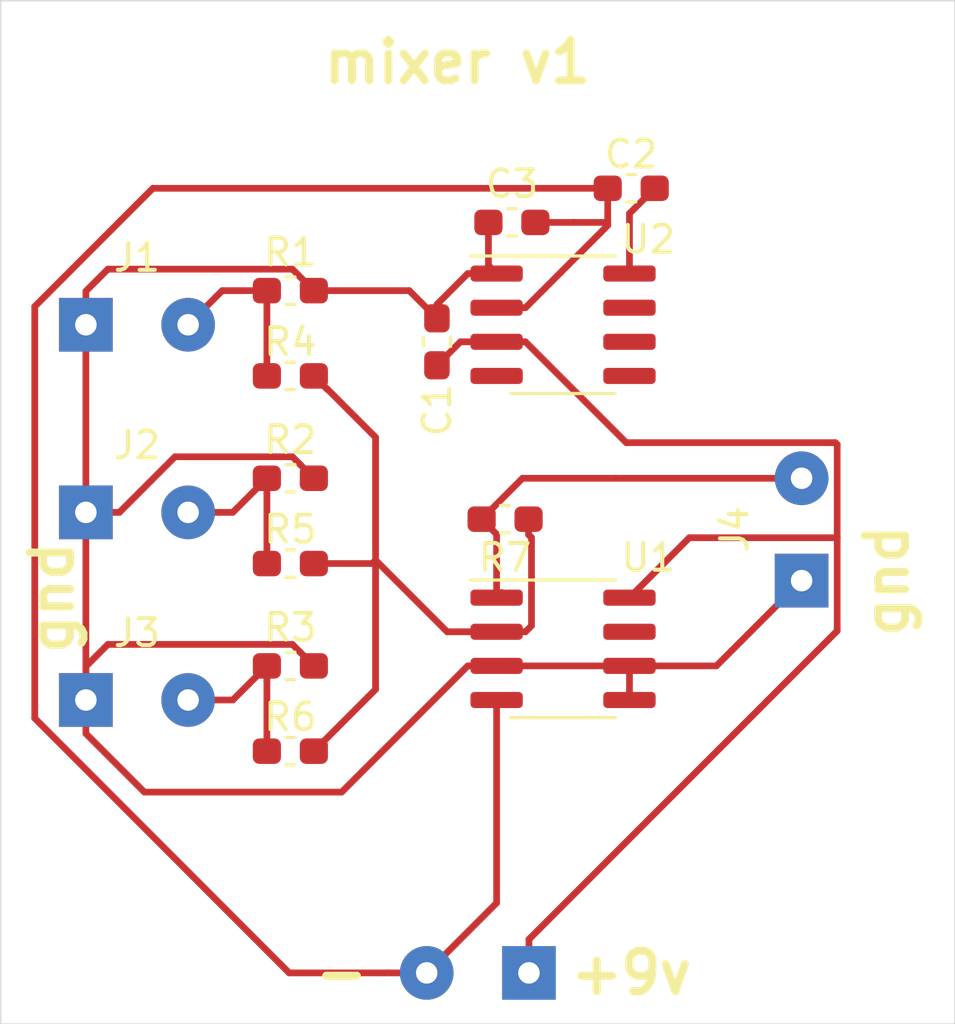
<source format=kicad_pcb>
(kicad_pcb (version 20171130) (host pcbnew "(5.0.1-3-g963ef8bb5)")

  (general
    (thickness 1.6)
    (drawings 9)
    (tracks 95)
    (zones 0)
    (modules 21)
    (nets 10)
  )

  (page A4)
  (layers
    (0 F.Cu signal)
    (31 B.Cu signal)
    (32 B.Adhes user)
    (33 F.Adhes user)
    (34 B.Paste user)
    (35 F.Paste user)
    (36 B.SilkS user)
    (37 F.SilkS user)
    (38 B.Mask user)
    (39 F.Mask user)
    (40 Dwgs.User user)
    (41 Cmts.User user)
    (42 Eco1.User user)
    (43 Eco2.User user)
    (44 Edge.Cuts user)
    (45 Margin user)
    (46 B.CrtYd user)
    (47 F.CrtYd user)
    (48 B.Fab user)
    (49 F.Fab user)
  )

  (setup
    (last_trace_width 0.25)
    (trace_clearance 0.2)
    (zone_clearance 0.508)
    (zone_45_only no)
    (trace_min 0.2)
    (segment_width 0.2)
    (edge_width 0.05)
    (via_size 0.8)
    (via_drill 0.4)
    (via_min_size 0.4)
    (via_min_drill 0.3)
    (uvia_size 0.3)
    (uvia_drill 0.1)
    (uvias_allowed no)
    (uvia_min_size 0.2)
    (uvia_min_drill 0.1)
    (pcb_text_width 0.3)
    (pcb_text_size 1.5 1.5)
    (mod_edge_width 0.12)
    (mod_text_size 1 1)
    (mod_text_width 0.15)
    (pad_size 1.524 1.524)
    (pad_drill 0.762)
    (pad_to_mask_clearance 0.051)
    (solder_mask_min_width 0.25)
    (aux_axis_origin 0 0)
    (visible_elements FFFFFF7F)
    (pcbplotparams
      (layerselection 0x010fc_ffffffff)
      (usegerberextensions false)
      (usegerberattributes false)
      (usegerberadvancedattributes false)
      (creategerberjobfile false)
      (excludeedgelayer true)
      (linewidth 0.100000)
      (plotframeref false)
      (viasonmask false)
      (mode 1)
      (useauxorigin false)
      (hpglpennumber 1)
      (hpglpenspeed 20)
      (hpglpendiameter 15.000000)
      (psnegative false)
      (psa4output false)
      (plotreference true)
      (plotvalue true)
      (plotinvisibletext false)
      (padsonsilk false)
      (subtractmaskfromsilk false)
      (outputformat 1)
      (mirror false)
      (drillshape 0)
      (scaleselection 1)
      (outputdirectory "gerber/"))
  )

  (net 0 "")
  (net 1 +9V)
  (net 2 GND)
  (net 3 "Net-(C2-Pad1)")
  (net 4 GNDA)
  (net 5 "Net-(J1-Pad2)")
  (net 6 "Net-(J2-Pad2)")
  (net 7 "Net-(J3-Pad2)")
  (net 8 "Net-(R4-Pad1)")
  (net 9 "Net-(J4-Pad2)")

  (net_class Default "This is the default net class."
    (clearance 0.2)
    (trace_width 0.25)
    (via_dia 0.8)
    (via_drill 0.4)
    (uvia_dia 0.3)
    (uvia_drill 0.1)
    (add_net +9V)
    (add_net GND)
    (add_net GNDA)
    (add_net "Net-(C2-Pad1)")
    (add_net "Net-(J1-Pad2)")
    (add_net "Net-(J2-Pad2)")
    (add_net "Net-(J3-Pad2)")
    (add_net "Net-(J4-Pad2)")
    (add_net "Net-(R4-Pad1)")
  )

  (module MountingHole:MountingHole_3.2mm_M3 (layer F.Cu) (tedit 56D1B4CB) (tstamp 5DA774EC)
    (at 162.56 95.25)
    (descr "Mounting Hole 3.2mm, no annular, M3")
    (tags "mounting hole 3.2mm no annular m3")
    (path /5DA72808)
    (attr virtual)
    (fp_text reference H4 (at 0 -4.2) (layer F.SilkS) hide
      (effects (font (size 1 1) (thickness 0.15)))
    )
    (fp_text value MountingHole (at 0 4.2) (layer F.Fab) hide
      (effects (font (size 1 1) (thickness 0.15)))
    )
    (fp_circle (center 0 0) (end 3.45 0) (layer F.CrtYd) (width 0.05))
    (fp_circle (center 0 0) (end 3.2 0) (layer Cmts.User) (width 0.15))
    (fp_text user %R (at 0.3 0) (layer F.Fab)
      (effects (font (size 1 1) (thickness 0.15)))
    )
    (pad 1 np_thru_hole circle (at 0 0) (size 3.2 3.2) (drill 3.2) (layers *.Cu *.Mask))
  )

  (module Resistor_SMD:R_0603_1608Metric_Pad1.05x0.95mm_HandSolder (layer F.Cu) (tedit 5B301BBD) (tstamp 5DA77EBC)
    (at 142.875 88.9 180)
    (descr "Resistor SMD 0603 (1608 Metric), square (rectangular) end terminal, IPC_7351 nominal with elongated pad for handsoldering. (Body size source: http://www.tortai-tech.com/upload/download/2011102023233369053.pdf), generated with kicad-footprint-generator")
    (tags "resistor handsolder")
    (path /5DAA7B73)
    (attr smd)
    (fp_text reference R6 (at 0 1.27) (layer F.SilkS)
      (effects (font (size 1 1) (thickness 0.15)))
    )
    (fp_text value 10k (at -3.175 0) (layer F.Fab)
      (effects (font (size 1 1) (thickness 0.15)))
    )
    (fp_text user %R (at 0 0) (layer F.Fab)
      (effects (font (size 0.4 0.4) (thickness 0.06)))
    )
    (fp_line (start 1.65 0.73) (end -1.65 0.73) (layer F.CrtYd) (width 0.05))
    (fp_line (start 1.65 -0.73) (end 1.65 0.73) (layer F.CrtYd) (width 0.05))
    (fp_line (start -1.65 -0.73) (end 1.65 -0.73) (layer F.CrtYd) (width 0.05))
    (fp_line (start -1.65 0.73) (end -1.65 -0.73) (layer F.CrtYd) (width 0.05))
    (fp_line (start -0.171267 0.51) (end 0.171267 0.51) (layer F.SilkS) (width 0.12))
    (fp_line (start -0.171267 -0.51) (end 0.171267 -0.51) (layer F.SilkS) (width 0.12))
    (fp_line (start 0.8 0.4) (end -0.8 0.4) (layer F.Fab) (width 0.1))
    (fp_line (start 0.8 -0.4) (end 0.8 0.4) (layer F.Fab) (width 0.1))
    (fp_line (start -0.8 -0.4) (end 0.8 -0.4) (layer F.Fab) (width 0.1))
    (fp_line (start -0.8 0.4) (end -0.8 -0.4) (layer F.Fab) (width 0.1))
    (pad 2 smd roundrect (at 0.875 0 180) (size 1.05 0.95) (layers F.Cu F.Paste F.Mask) (roundrect_rratio 0.25)
      (net 7 "Net-(J3-Pad2)"))
    (pad 1 smd roundrect (at -0.875 0 180) (size 1.05 0.95) (layers F.Cu F.Paste F.Mask) (roundrect_rratio 0.25)
      (net 8 "Net-(R4-Pad1)"))
    (model ${KISYS3DMOD}/Resistor_SMD.3dshapes/R_0603_1608Metric.wrl
      (at (xyz 0 0 0))
      (scale (xyz 1 1 1))
      (rotate (xyz 0 0 0))
    )
  )

  (module Capacitor_SMD:C_0603_1608Metric_Pad1.05x0.95mm_HandSolder (layer F.Cu) (tedit 5DA86E72) (tstamp 5DA77BBD)
    (at 148.336 73.66 270)
    (descr "Capacitor SMD 0603 (1608 Metric), square (rectangular) end terminal, IPC_7351 nominal with elongated pad for handsoldering. (Body size source: http://www.tortai-tech.com/upload/download/2011102023233369053.pdf), generated with kicad-footprint-generator")
    (tags "capacitor handsolder")
    (path /5DA91F13)
    (attr smd)
    (fp_text reference C1 (at 2.54 0 90) (layer F.SilkS)
      (effects (font (size 1 1) (thickness 0.15)))
    )
    (fp_text value 1u (at -2.54 0 90) (layer F.Fab) hide
      (effects (font (size 1 1) (thickness 0.15)))
    )
    (fp_text user %R (at 0 0 90) (layer F.Fab)
      (effects (font (size 0.4 0.4) (thickness 0.06)))
    )
    (fp_line (start 1.65 0.73) (end -1.65 0.73) (layer F.CrtYd) (width 0.05))
    (fp_line (start 1.65 -0.73) (end 1.65 0.73) (layer F.CrtYd) (width 0.05))
    (fp_line (start -1.65 -0.73) (end 1.65 -0.73) (layer F.CrtYd) (width 0.05))
    (fp_line (start -1.65 0.73) (end -1.65 -0.73) (layer F.CrtYd) (width 0.05))
    (fp_line (start -0.171267 0.51) (end 0.171267 0.51) (layer F.SilkS) (width 0.12))
    (fp_line (start -0.171267 -0.51) (end 0.171267 -0.51) (layer F.SilkS) (width 0.12))
    (fp_line (start 0.8 0.4) (end -0.8 0.4) (layer F.Fab) (width 0.1))
    (fp_line (start 0.8 -0.4) (end 0.8 0.4) (layer F.Fab) (width 0.1))
    (fp_line (start -0.8 -0.4) (end 0.8 -0.4) (layer F.Fab) (width 0.1))
    (fp_line (start -0.8 0.4) (end -0.8 -0.4) (layer F.Fab) (width 0.1))
    (pad 2 smd roundrect (at 0.875 0 270) (size 1.05 0.95) (layers F.Cu F.Paste F.Mask) (roundrect_rratio 0.25)
      (net 1 +9V))
    (pad 1 smd roundrect (at -0.875 0 270) (size 1.05 0.95) (layers F.Cu F.Paste F.Mask) (roundrect_rratio 0.25)
      (net 4 GNDA))
    (model ${KISYS3DMOD}/Capacitor_SMD.3dshapes/C_0603_1608Metric.wrl
      (at (xyz 0 0 0))
      (scale (xyz 1 1 1))
      (rotate (xyz 0 0 0))
    )
  )

  (module Capacitor_SMD:C_0603_1608Metric_Pad1.05x0.95mm_HandSolder (layer F.Cu) (tedit 5DA86DEE) (tstamp 5DB4BC24)
    (at 155.575 67.945 180)
    (descr "Capacitor SMD 0603 (1608 Metric), square (rectangular) end terminal, IPC_7351 nominal with elongated pad for handsoldering. (Body size source: http://www.tortai-tech.com/upload/download/2011102023233369053.pdf), generated with kicad-footprint-generator")
    (tags "capacitor handsolder")
    (path /5DA8FB26)
    (attr smd)
    (fp_text reference C2 (at 0 1.27) (layer F.SilkS)
      (effects (font (size 1 1) (thickness 0.15)))
    )
    (fp_text value 1u (at 0 1.43) (layer F.Fab) hide
      (effects (font (size 1 1) (thickness 0.15)))
    )
    (fp_line (start -0.8 0.4) (end -0.8 -0.4) (layer F.Fab) (width 0.1))
    (fp_line (start -0.8 -0.4) (end 0.8 -0.4) (layer F.Fab) (width 0.1))
    (fp_line (start 0.8 -0.4) (end 0.8 0.4) (layer F.Fab) (width 0.1))
    (fp_line (start 0.8 0.4) (end -0.8 0.4) (layer F.Fab) (width 0.1))
    (fp_line (start -0.171267 -0.51) (end 0.171267 -0.51) (layer F.SilkS) (width 0.12))
    (fp_line (start -0.171267 0.51) (end 0.171267 0.51) (layer F.SilkS) (width 0.12))
    (fp_line (start -1.65 0.73) (end -1.65 -0.73) (layer F.CrtYd) (width 0.05))
    (fp_line (start -1.65 -0.73) (end 1.65 -0.73) (layer F.CrtYd) (width 0.05))
    (fp_line (start 1.65 -0.73) (end 1.65 0.73) (layer F.CrtYd) (width 0.05))
    (fp_line (start 1.65 0.73) (end -1.65 0.73) (layer F.CrtYd) (width 0.05))
    (fp_text user %R (at 0 0) (layer F.Fab)
      (effects (font (size 0.4 0.4) (thickness 0.06)))
    )
    (pad 1 smd roundrect (at -0.875 0 180) (size 1.05 0.95) (layers F.Cu F.Paste F.Mask) (roundrect_rratio 0.25)
      (net 3 "Net-(C2-Pad1)"))
    (pad 2 smd roundrect (at 0.875 0 180) (size 1.05 0.95) (layers F.Cu F.Paste F.Mask) (roundrect_rratio 0.25)
      (net 2 GND))
    (model ${KISYS3DMOD}/Capacitor_SMD.3dshapes/C_0603_1608Metric.wrl
      (at (xyz 0 0 0))
      (scale (xyz 1 1 1))
      (rotate (xyz 0 0 0))
    )
  )

  (module MountingHole:MountingHole_3.2mm_M3 (layer F.Cu) (tedit 56D1B4CB) (tstamp 5DA77924)
    (at 137.16 65.405)
    (descr "Mounting Hole 3.2mm, no annular, M3")
    (tags "mounting hole 3.2mm no annular m3")
    (path /5DA71A1E)
    (attr virtual)
    (fp_text reference H1 (at 0 -4.2) (layer F.SilkS) hide
      (effects (font (size 1 1) (thickness 0.15)))
    )
    (fp_text value MountingHole (at 0 4.2) (layer F.Fab) hide
      (effects (font (size 1 1) (thickness 0.15)))
    )
    (fp_text user %R (at 0.3 0) (layer F.Fab)
      (effects (font (size 1 1) (thickness 0.15)))
    )
    (fp_circle (center 0 0) (end 3.2 0) (layer Cmts.User) (width 0.15))
    (fp_circle (center 0 0) (end 3.45 0) (layer F.CrtYd) (width 0.05))
    (pad 1 np_thru_hole circle (at 0 0) (size 3.2 3.2) (drill 3.2) (layers *.Cu *.Mask))
  )

  (module MountingHole:MountingHole_3.2mm_M3 (layer F.Cu) (tedit 56D1B4CB) (tstamp 5DA774DC)
    (at 162.56 65.405)
    (descr "Mounting Hole 3.2mm, no annular, M3")
    (tags "mounting hole 3.2mm no annular m3")
    (path /5DA71F79)
    (attr virtual)
    (fp_text reference H2 (at 0 -4.2) (layer F.SilkS) hide
      (effects (font (size 1 1) (thickness 0.15)))
    )
    (fp_text value MountingHole (at 0 4.2) (layer F.Fab) hide
      (effects (font (size 1 1) (thickness 0.15)))
    )
    (fp_circle (center 0 0) (end 3.45 0) (layer F.CrtYd) (width 0.05))
    (fp_circle (center 0 0) (end 3.2 0) (layer Cmts.User) (width 0.15))
    (fp_text user %R (at 0.3 0) (layer F.Fab)
      (effects (font (size 1 1) (thickness 0.15)))
    )
    (pad 1 np_thru_hole circle (at 0 0) (size 3.2 3.2) (drill 3.2) (layers *.Cu *.Mask))
  )

  (module MountingHole:MountingHole_3.2mm_M3 (layer F.Cu) (tedit 56D1B4CB) (tstamp 5DA725CF)
    (at 137.16 95.25)
    (descr "Mounting Hole 3.2mm, no annular, M3")
    (tags "mounting hole 3.2mm no annular m3")
    (path /5DA72527)
    (attr virtual)
    (fp_text reference H3 (at 0 -4.2) (layer F.SilkS) hide
      (effects (font (size 1 1) (thickness 0.15)))
    )
    (fp_text value MountingHole (at 0 4.2) (layer F.Fab) hide
      (effects (font (size 1 1) (thickness 0.15)))
    )
    (fp_text user %R (at 0.3 0) (layer F.Fab)
      (effects (font (size 1 1) (thickness 0.15)))
    )
    (fp_circle (center 0 0) (end 3.2 0) (layer Cmts.User) (width 0.15))
    (fp_circle (center 0 0) (end 3.45 0) (layer F.CrtYd) (width 0.05))
    (pad 1 np_thru_hole circle (at 0 0) (size 3.2 3.2) (drill 3.2) (layers *.Cu *.Mask))
  )

  (module Connector_Wire:SolderWirePad_1x02_P3.81mm_Drill0.8mm (layer F.Cu) (tedit 5AEE54BF) (tstamp 5DA774F7)
    (at 135.255 73.025)
    (descr "Wire solder connection")
    (tags connector)
    (path /5DA896CB)
    (attr virtual)
    (fp_text reference J1 (at 1.905 -2.5) (layer F.SilkS)
      (effects (font (size 1 1) (thickness 0.15)))
    )
    (fp_text value in0 (at 1.905 2.54) (layer F.Fab)
      (effects (font (size 1 1) (thickness 0.15)))
    )
    (fp_text user %R (at 1.905 0) (layer F.Fab)
      (effects (font (size 1 1) (thickness 0.15)))
    )
    (fp_line (start -1.49 -1.5) (end 5.31 -1.5) (layer F.CrtYd) (width 0.05))
    (fp_line (start -1.49 -1.5) (end -1.49 1.5) (layer F.CrtYd) (width 0.05))
    (fp_line (start 5.31 1.5) (end 5.31 -1.5) (layer F.CrtYd) (width 0.05))
    (fp_line (start 5.31 1.5) (end -1.49 1.5) (layer F.CrtYd) (width 0.05))
    (pad 1 thru_hole rect (at 0 0) (size 1.99898 1.99898) (drill 0.8001) (layers *.Cu *.Mask)
      (net 4 GNDA))
    (pad 2 thru_hole circle (at 3.81 0) (size 1.99898 1.99898) (drill 0.8001) (layers *.Cu *.Mask)
      (net 5 "Net-(J1-Pad2)"))
  )

  (module Connector_Wire:SolderWirePad_1x02_P3.81mm_Drill0.8mm (layer F.Cu) (tedit 5AEE54BF) (tstamp 5DA77502)
    (at 135.255 80.01)
    (descr "Wire solder connection")
    (tags connector)
    (path /5DA8A0F1)
    (attr virtual)
    (fp_text reference J2 (at 1.905 -2.5) (layer F.SilkS)
      (effects (font (size 1 1) (thickness 0.15)))
    )
    (fp_text value in1 (at 1.905 2.54) (layer F.Fab)
      (effects (font (size 1 1) (thickness 0.15)))
    )
    (fp_line (start 5.31 1.5) (end -1.49 1.5) (layer F.CrtYd) (width 0.05))
    (fp_line (start 5.31 1.5) (end 5.31 -1.5) (layer F.CrtYd) (width 0.05))
    (fp_line (start -1.49 -1.5) (end -1.49 1.5) (layer F.CrtYd) (width 0.05))
    (fp_line (start -1.49 -1.5) (end 5.31 -1.5) (layer F.CrtYd) (width 0.05))
    (fp_text user %R (at 1.905 0) (layer F.Fab)
      (effects (font (size 1 1) (thickness 0.15)))
    )
    (pad 2 thru_hole circle (at 3.81 0) (size 1.99898 1.99898) (drill 0.8001) (layers *.Cu *.Mask)
      (net 6 "Net-(J2-Pad2)"))
    (pad 1 thru_hole rect (at 0 0) (size 1.99898 1.99898) (drill 0.8001) (layers *.Cu *.Mask)
      (net 4 GNDA))
  )

  (module Connector_Wire:SolderWirePad_1x02_P3.81mm_Drill0.8mm (layer F.Cu) (tedit 5AEE54BF) (tstamp 5DA7750D)
    (at 135.255 86.995)
    (descr "Wire solder connection")
    (tags connector)
    (path /5DA8A55C)
    (attr virtual)
    (fp_text reference J3 (at 1.905 -2.5) (layer F.SilkS)
      (effects (font (size 1 1) (thickness 0.15)))
    )
    (fp_text value in2 (at 1.905 2.54) (layer F.Fab)
      (effects (font (size 1 1) (thickness 0.15)))
    )
    (fp_text user %R (at 1.905 0) (layer F.Fab)
      (effects (font (size 1 1) (thickness 0.15)))
    )
    (fp_line (start -1.49 -1.5) (end 5.31 -1.5) (layer F.CrtYd) (width 0.05))
    (fp_line (start -1.49 -1.5) (end -1.49 1.5) (layer F.CrtYd) (width 0.05))
    (fp_line (start 5.31 1.5) (end 5.31 -1.5) (layer F.CrtYd) (width 0.05))
    (fp_line (start 5.31 1.5) (end -1.49 1.5) (layer F.CrtYd) (width 0.05))
    (pad 1 thru_hole rect (at 0 0) (size 1.99898 1.99898) (drill 0.8001) (layers *.Cu *.Mask)
      (net 4 GNDA))
    (pad 2 thru_hole circle (at 3.81 0) (size 1.99898 1.99898) (drill 0.8001) (layers *.Cu *.Mask)
      (net 7 "Net-(J3-Pad2)"))
  )

  (module Connector_Wire:SolderWirePad_1x02_P3.81mm_Drill0.8mm (layer F.Cu) (tedit 5AEE54BF) (tstamp 5DA77518)
    (at 161.925 82.55 90)
    (descr "Wire solder connection")
    (tags connector)
    (path /5DAA5823)
    (attr virtual)
    (fp_text reference J4 (at 1.905 -2.5 -90) (layer F.SilkS)
      (effects (font (size 1 1) (thickness 0.15)))
    )
    (fp_text value out (at 1.905 2.54 -90) (layer F.Fab)
      (effects (font (size 1 1) (thickness 0.15)))
    )
    (fp_text user %R (at 1.905 0 -90) (layer F.Fab)
      (effects (font (size 1 1) (thickness 0.15)))
    )
    (fp_line (start -1.49 -1.5) (end 5.31 -1.5) (layer F.CrtYd) (width 0.05))
    (fp_line (start -1.49 -1.5) (end -1.49 1.5) (layer F.CrtYd) (width 0.05))
    (fp_line (start 5.31 1.5) (end 5.31 -1.5) (layer F.CrtYd) (width 0.05))
    (fp_line (start 5.31 1.5) (end -1.49 1.5) (layer F.CrtYd) (width 0.05))
    (pad 1 thru_hole rect (at 0 0 90) (size 1.99898 1.99898) (drill 0.8001) (layers *.Cu *.Mask)
      (net 4 GNDA))
    (pad 2 thru_hole circle (at 3.81 0 90) (size 1.99898 1.99898) (drill 0.8001) (layers *.Cu *.Mask)
      (net 9 "Net-(J4-Pad2)"))
  )

  (module Connector_Wire:SolderWirePad_1x02_P3.81mm_Drill0.8mm (layer F.Cu) (tedit 5DA86FF6) (tstamp 5DA77523)
    (at 151.765 97.155 180)
    (descr "Wire solder connection")
    (tags connector)
    (path /5DA8AA44)
    (attr virtual)
    (fp_text reference J5 (at -3.175 0.635) (layer F.SilkS) hide
      (effects (font (size 1 1) (thickness 0.15)))
    )
    (fp_text value Conn_01x02 (at 1.905 2.54) (layer F.Fab)
      (effects (font (size 1 1) (thickness 0.15)))
    )
    (fp_line (start 5.31 1.5) (end -1.49 1.5) (layer F.CrtYd) (width 0.05))
    (fp_line (start 5.31 1.5) (end 5.31 -1.5) (layer F.CrtYd) (width 0.05))
    (fp_line (start -1.49 -1.5) (end -1.49 1.5) (layer F.CrtYd) (width 0.05))
    (fp_line (start -1.49 -1.5) (end 5.31 -1.5) (layer F.CrtYd) (width 0.05))
    (fp_text user %R (at 1.905 0) (layer F.Fab)
      (effects (font (size 1 1) (thickness 0.15)))
    )
    (pad 2 thru_hole circle (at 3.81 0 180) (size 1.99898 1.99898) (drill 0.8001) (layers *.Cu *.Mask)
      (net 2 GND))
    (pad 1 thru_hole rect (at 0 0 180) (size 1.99898 1.99898) (drill 0.8001) (layers *.Cu *.Mask)
      (net 1 +9V))
  )

  (module Resistor_SMD:R_0603_1608Metric_Pad1.05x0.95mm_HandSolder (layer F.Cu) (tedit 5B301BBD) (tstamp 5DA77534)
    (at 142.875 71.755)
    (descr "Resistor SMD 0603 (1608 Metric), square (rectangular) end terminal, IPC_7351 nominal with elongated pad for handsoldering. (Body size source: http://www.tortai-tech.com/upload/download/2011102023233369053.pdf), generated with kicad-footprint-generator")
    (tags "resistor handsolder")
    (path /5DA974ED)
    (attr smd)
    (fp_text reference R1 (at 0 -1.43) (layer F.SilkS)
      (effects (font (size 1 1) (thickness 0.15)))
    )
    (fp_text value 10k (at 3.175 0) (layer F.Fab)
      (effects (font (size 1 1) (thickness 0.15)))
    )
    (fp_line (start -0.8 0.4) (end -0.8 -0.4) (layer F.Fab) (width 0.1))
    (fp_line (start -0.8 -0.4) (end 0.8 -0.4) (layer F.Fab) (width 0.1))
    (fp_line (start 0.8 -0.4) (end 0.8 0.4) (layer F.Fab) (width 0.1))
    (fp_line (start 0.8 0.4) (end -0.8 0.4) (layer F.Fab) (width 0.1))
    (fp_line (start -0.171267 -0.51) (end 0.171267 -0.51) (layer F.SilkS) (width 0.12))
    (fp_line (start -0.171267 0.51) (end 0.171267 0.51) (layer F.SilkS) (width 0.12))
    (fp_line (start -1.65 0.73) (end -1.65 -0.73) (layer F.CrtYd) (width 0.05))
    (fp_line (start -1.65 -0.73) (end 1.65 -0.73) (layer F.CrtYd) (width 0.05))
    (fp_line (start 1.65 -0.73) (end 1.65 0.73) (layer F.CrtYd) (width 0.05))
    (fp_line (start 1.65 0.73) (end -1.65 0.73) (layer F.CrtYd) (width 0.05))
    (fp_text user %R (at 0 0) (layer F.Fab)
      (effects (font (size 0.4 0.4) (thickness 0.06)))
    )
    (pad 1 smd roundrect (at -0.875 0) (size 1.05 0.95) (layers F.Cu F.Paste F.Mask) (roundrect_rratio 0.25)
      (net 5 "Net-(J1-Pad2)"))
    (pad 2 smd roundrect (at 0.875 0) (size 1.05 0.95) (layers F.Cu F.Paste F.Mask) (roundrect_rratio 0.25)
      (net 4 GNDA))
    (model ${KISYS3DMOD}/Resistor_SMD.3dshapes/R_0603_1608Metric.wrl
      (at (xyz 0 0 0))
      (scale (xyz 1 1 1))
      (rotate (xyz 0 0 0))
    )
  )

  (module Resistor_SMD:R_0603_1608Metric_Pad1.05x0.95mm_HandSolder (layer F.Cu) (tedit 5B301BBD) (tstamp 5DA77545)
    (at 142.875 78.74)
    (descr "Resistor SMD 0603 (1608 Metric), square (rectangular) end terminal, IPC_7351 nominal with elongated pad for handsoldering. (Body size source: http://www.tortai-tech.com/upload/download/2011102023233369053.pdf), generated with kicad-footprint-generator")
    (tags "resistor handsolder")
    (path /5DA98D60)
    (attr smd)
    (fp_text reference R2 (at 0 -1.43) (layer F.SilkS)
      (effects (font (size 1 1) (thickness 0.15)))
    )
    (fp_text value 10k (at 3.175 0) (layer F.Fab)
      (effects (font (size 1 1) (thickness 0.15)))
    )
    (fp_text user %R (at 0 0) (layer F.Fab)
      (effects (font (size 0.4 0.4) (thickness 0.06)))
    )
    (fp_line (start 1.65 0.73) (end -1.65 0.73) (layer F.CrtYd) (width 0.05))
    (fp_line (start 1.65 -0.73) (end 1.65 0.73) (layer F.CrtYd) (width 0.05))
    (fp_line (start -1.65 -0.73) (end 1.65 -0.73) (layer F.CrtYd) (width 0.05))
    (fp_line (start -1.65 0.73) (end -1.65 -0.73) (layer F.CrtYd) (width 0.05))
    (fp_line (start -0.171267 0.51) (end 0.171267 0.51) (layer F.SilkS) (width 0.12))
    (fp_line (start -0.171267 -0.51) (end 0.171267 -0.51) (layer F.SilkS) (width 0.12))
    (fp_line (start 0.8 0.4) (end -0.8 0.4) (layer F.Fab) (width 0.1))
    (fp_line (start 0.8 -0.4) (end 0.8 0.4) (layer F.Fab) (width 0.1))
    (fp_line (start -0.8 -0.4) (end 0.8 -0.4) (layer F.Fab) (width 0.1))
    (fp_line (start -0.8 0.4) (end -0.8 -0.4) (layer F.Fab) (width 0.1))
    (pad 2 smd roundrect (at 0.875 0) (size 1.05 0.95) (layers F.Cu F.Paste F.Mask) (roundrect_rratio 0.25)
      (net 4 GNDA))
    (pad 1 smd roundrect (at -0.875 0) (size 1.05 0.95) (layers F.Cu F.Paste F.Mask) (roundrect_rratio 0.25)
      (net 6 "Net-(J2-Pad2)"))
    (model ${KISYS3DMOD}/Resistor_SMD.3dshapes/R_0603_1608Metric.wrl
      (at (xyz 0 0 0))
      (scale (xyz 1 1 1))
      (rotate (xyz 0 0 0))
    )
  )

  (module Resistor_SMD:R_0603_1608Metric_Pad1.05x0.95mm_HandSolder (layer F.Cu) (tedit 5B301BBD) (tstamp 5DA77556)
    (at 142.875 85.725)
    (descr "Resistor SMD 0603 (1608 Metric), square (rectangular) end terminal, IPC_7351 nominal with elongated pad for handsoldering. (Body size source: http://www.tortai-tech.com/upload/download/2011102023233369053.pdf), generated with kicad-footprint-generator")
    (tags "resistor handsolder")
    (path /5DA99753)
    (attr smd)
    (fp_text reference R3 (at 0 -1.43) (layer F.SilkS)
      (effects (font (size 1 1) (thickness 0.15)))
    )
    (fp_text value 10k (at 3.175 0) (layer F.Fab)
      (effects (font (size 1 1) (thickness 0.15)))
    )
    (fp_line (start -0.8 0.4) (end -0.8 -0.4) (layer F.Fab) (width 0.1))
    (fp_line (start -0.8 -0.4) (end 0.8 -0.4) (layer F.Fab) (width 0.1))
    (fp_line (start 0.8 -0.4) (end 0.8 0.4) (layer F.Fab) (width 0.1))
    (fp_line (start 0.8 0.4) (end -0.8 0.4) (layer F.Fab) (width 0.1))
    (fp_line (start -0.171267 -0.51) (end 0.171267 -0.51) (layer F.SilkS) (width 0.12))
    (fp_line (start -0.171267 0.51) (end 0.171267 0.51) (layer F.SilkS) (width 0.12))
    (fp_line (start -1.65 0.73) (end -1.65 -0.73) (layer F.CrtYd) (width 0.05))
    (fp_line (start -1.65 -0.73) (end 1.65 -0.73) (layer F.CrtYd) (width 0.05))
    (fp_line (start 1.65 -0.73) (end 1.65 0.73) (layer F.CrtYd) (width 0.05))
    (fp_line (start 1.65 0.73) (end -1.65 0.73) (layer F.CrtYd) (width 0.05))
    (fp_text user %R (at 0 0) (layer F.Fab)
      (effects (font (size 0.4 0.4) (thickness 0.06)))
    )
    (pad 1 smd roundrect (at -0.875 0) (size 1.05 0.95) (layers F.Cu F.Paste F.Mask) (roundrect_rratio 0.25)
      (net 7 "Net-(J3-Pad2)"))
    (pad 2 smd roundrect (at 0.875 0) (size 1.05 0.95) (layers F.Cu F.Paste F.Mask) (roundrect_rratio 0.25)
      (net 4 GNDA))
    (model ${KISYS3DMOD}/Resistor_SMD.3dshapes/R_0603_1608Metric.wrl
      (at (xyz 0 0 0))
      (scale (xyz 1 1 1))
      (rotate (xyz 0 0 0))
    )
  )

  (module Resistor_SMD:R_0603_1608Metric_Pad1.05x0.95mm_HandSolder (layer F.Cu) (tedit 5B301BBD) (tstamp 5DA77567)
    (at 142.875 74.93 180)
    (descr "Resistor SMD 0603 (1608 Metric), square (rectangular) end terminal, IPC_7351 nominal with elongated pad for handsoldering. (Body size source: http://www.tortai-tech.com/upload/download/2011102023233369053.pdf), generated with kicad-footprint-generator")
    (tags "resistor handsolder")
    (path /5DAA67E7)
    (attr smd)
    (fp_text reference R4 (at 0 1.27) (layer F.SilkS)
      (effects (font (size 1 1) (thickness 0.15)))
    )
    (fp_text value 10k (at -3.175 0) (layer F.Fab)
      (effects (font (size 1 1) (thickness 0.15)))
    )
    (fp_text user %R (at 0 0) (layer F.Fab)
      (effects (font (size 0.4 0.4) (thickness 0.06)))
    )
    (fp_line (start 1.65 0.73) (end -1.65 0.73) (layer F.CrtYd) (width 0.05))
    (fp_line (start 1.65 -0.73) (end 1.65 0.73) (layer F.CrtYd) (width 0.05))
    (fp_line (start -1.65 -0.73) (end 1.65 -0.73) (layer F.CrtYd) (width 0.05))
    (fp_line (start -1.65 0.73) (end -1.65 -0.73) (layer F.CrtYd) (width 0.05))
    (fp_line (start -0.171267 0.51) (end 0.171267 0.51) (layer F.SilkS) (width 0.12))
    (fp_line (start -0.171267 -0.51) (end 0.171267 -0.51) (layer F.SilkS) (width 0.12))
    (fp_line (start 0.8 0.4) (end -0.8 0.4) (layer F.Fab) (width 0.1))
    (fp_line (start 0.8 -0.4) (end 0.8 0.4) (layer F.Fab) (width 0.1))
    (fp_line (start -0.8 -0.4) (end 0.8 -0.4) (layer F.Fab) (width 0.1))
    (fp_line (start -0.8 0.4) (end -0.8 -0.4) (layer F.Fab) (width 0.1))
    (pad 2 smd roundrect (at 0.875 0 180) (size 1.05 0.95) (layers F.Cu F.Paste F.Mask) (roundrect_rratio 0.25)
      (net 5 "Net-(J1-Pad2)"))
    (pad 1 smd roundrect (at -0.875 0 180) (size 1.05 0.95) (layers F.Cu F.Paste F.Mask) (roundrect_rratio 0.25)
      (net 8 "Net-(R4-Pad1)"))
    (model ${KISYS3DMOD}/Resistor_SMD.3dshapes/R_0603_1608Metric.wrl
      (at (xyz 0 0 0))
      (scale (xyz 1 1 1))
      (rotate (xyz 0 0 0))
    )
  )

  (module Resistor_SMD:R_0603_1608Metric_Pad1.05x0.95mm_HandSolder (layer F.Cu) (tedit 5B301BBD) (tstamp 5DA77578)
    (at 142.875 81.915 180)
    (descr "Resistor SMD 0603 (1608 Metric), square (rectangular) end terminal, IPC_7351 nominal with elongated pad for handsoldering. (Body size source: http://www.tortai-tech.com/upload/download/2011102023233369053.pdf), generated with kicad-footprint-generator")
    (tags "resistor handsolder")
    (path /5DAA73B7)
    (attr smd)
    (fp_text reference R5 (at 0 1.27) (layer F.SilkS)
      (effects (font (size 1 1) (thickness 0.15)))
    )
    (fp_text value 10k (at -3.175 0) (layer F.Fab)
      (effects (font (size 1 1) (thickness 0.15)))
    )
    (fp_line (start -0.8 0.4) (end -0.8 -0.4) (layer F.Fab) (width 0.1))
    (fp_line (start -0.8 -0.4) (end 0.8 -0.4) (layer F.Fab) (width 0.1))
    (fp_line (start 0.8 -0.4) (end 0.8 0.4) (layer F.Fab) (width 0.1))
    (fp_line (start 0.8 0.4) (end -0.8 0.4) (layer F.Fab) (width 0.1))
    (fp_line (start -0.171267 -0.51) (end 0.171267 -0.51) (layer F.SilkS) (width 0.12))
    (fp_line (start -0.171267 0.51) (end 0.171267 0.51) (layer F.SilkS) (width 0.12))
    (fp_line (start -1.65 0.73) (end -1.65 -0.73) (layer F.CrtYd) (width 0.05))
    (fp_line (start -1.65 -0.73) (end 1.65 -0.73) (layer F.CrtYd) (width 0.05))
    (fp_line (start 1.65 -0.73) (end 1.65 0.73) (layer F.CrtYd) (width 0.05))
    (fp_line (start 1.65 0.73) (end -1.65 0.73) (layer F.CrtYd) (width 0.05))
    (fp_text user %R (at 0 0) (layer F.Fab)
      (effects (font (size 0.4 0.4) (thickness 0.06)))
    )
    (pad 1 smd roundrect (at -0.875 0 180) (size 1.05 0.95) (layers F.Cu F.Paste F.Mask) (roundrect_rratio 0.25)
      (net 8 "Net-(R4-Pad1)"))
    (pad 2 smd roundrect (at 0.875 0 180) (size 1.05 0.95) (layers F.Cu F.Paste F.Mask) (roundrect_rratio 0.25)
      (net 6 "Net-(J2-Pad2)"))
    (model ${KISYS3DMOD}/Resistor_SMD.3dshapes/R_0603_1608Metric.wrl
      (at (xyz 0 0 0))
      (scale (xyz 1 1 1))
      (rotate (xyz 0 0 0))
    )
  )

  (module Resistor_SMD:R_0603_1608Metric_Pad1.05x0.95mm_HandSolder (layer F.Cu) (tedit 5B301BBD) (tstamp 5DA7759A)
    (at 150.876 80.264 180)
    (descr "Resistor SMD 0603 (1608 Metric), square (rectangular) end terminal, IPC_7351 nominal with elongated pad for handsoldering. (Body size source: http://www.tortai-tech.com/upload/download/2011102023233369053.pdf), generated with kicad-footprint-generator")
    (tags "resistor handsolder")
    (path /5DAAC150)
    (attr smd)
    (fp_text reference R7 (at 0 -1.43) (layer F.SilkS)
      (effects (font (size 1 1) (thickness 0.15)))
    )
    (fp_text value 10k (at 0 1.43) (layer F.Fab)
      (effects (font (size 1 1) (thickness 0.15)))
    )
    (fp_line (start -0.8 0.4) (end -0.8 -0.4) (layer F.Fab) (width 0.1))
    (fp_line (start -0.8 -0.4) (end 0.8 -0.4) (layer F.Fab) (width 0.1))
    (fp_line (start 0.8 -0.4) (end 0.8 0.4) (layer F.Fab) (width 0.1))
    (fp_line (start 0.8 0.4) (end -0.8 0.4) (layer F.Fab) (width 0.1))
    (fp_line (start -0.171267 -0.51) (end 0.171267 -0.51) (layer F.SilkS) (width 0.12))
    (fp_line (start -0.171267 0.51) (end 0.171267 0.51) (layer F.SilkS) (width 0.12))
    (fp_line (start -1.65 0.73) (end -1.65 -0.73) (layer F.CrtYd) (width 0.05))
    (fp_line (start -1.65 -0.73) (end 1.65 -0.73) (layer F.CrtYd) (width 0.05))
    (fp_line (start 1.65 -0.73) (end 1.65 0.73) (layer F.CrtYd) (width 0.05))
    (fp_line (start 1.65 0.73) (end -1.65 0.73) (layer F.CrtYd) (width 0.05))
    (fp_text user %R (at 0 0) (layer F.Fab)
      (effects (font (size 0.4 0.4) (thickness 0.06)))
    )
    (pad 1 smd roundrect (at -0.875 0 180) (size 1.05 0.95) (layers F.Cu F.Paste F.Mask) (roundrect_rratio 0.25)
      (net 8 "Net-(R4-Pad1)"))
    (pad 2 smd roundrect (at 0.875 0 180) (size 1.05 0.95) (layers F.Cu F.Paste F.Mask) (roundrect_rratio 0.25)
      (net 9 "Net-(J4-Pad2)"))
    (model ${KISYS3DMOD}/Resistor_SMD.3dshapes/R_0603_1608Metric.wrl
      (at (xyz 0 0 0))
      (scale (xyz 1 1 1))
      (rotate (xyz 0 0 0))
    )
  )

  (module Package_SO:SOIC-8_3.9x4.9mm_P1.27mm (layer F.Cu) (tedit 5C97300E) (tstamp 5DA775B4)
    (at 153.035 85.09)
    (descr "SOIC, 8 Pin (JEDEC MS-012AA, https://www.analog.com/media/en/package-pcb-resources/package/pkg_pdf/soic_narrow-r/r_8.pdf), generated with kicad-footprint-generator ipc_gullwing_generator.py")
    (tags "SOIC SO")
    (path /5DA749B9)
    (attr smd)
    (fp_text reference U1 (at 3.175 -3.4) (layer F.SilkS)
      (effects (font (size 1 1) (thickness 0.15)))
    )
    (fp_text value OPA2134 (at 0 3.4) (layer F.Fab)
      (effects (font (size 1 1) (thickness 0.15)))
    )
    (fp_line (start 0 2.56) (end 1.95 2.56) (layer F.SilkS) (width 0.12))
    (fp_line (start 0 2.56) (end -1.95 2.56) (layer F.SilkS) (width 0.12))
    (fp_line (start 0 -2.56) (end 1.95 -2.56) (layer F.SilkS) (width 0.12))
    (fp_line (start 0 -2.56) (end -3.45 -2.56) (layer F.SilkS) (width 0.12))
    (fp_line (start -0.975 -2.45) (end 1.95 -2.45) (layer F.Fab) (width 0.1))
    (fp_line (start 1.95 -2.45) (end 1.95 2.45) (layer F.Fab) (width 0.1))
    (fp_line (start 1.95 2.45) (end -1.95 2.45) (layer F.Fab) (width 0.1))
    (fp_line (start -1.95 2.45) (end -1.95 -1.475) (layer F.Fab) (width 0.1))
    (fp_line (start -1.95 -1.475) (end -0.975 -2.45) (layer F.Fab) (width 0.1))
    (fp_line (start -3.7 -2.7) (end -3.7 2.7) (layer F.CrtYd) (width 0.05))
    (fp_line (start -3.7 2.7) (end 3.7 2.7) (layer F.CrtYd) (width 0.05))
    (fp_line (start 3.7 2.7) (end 3.7 -2.7) (layer F.CrtYd) (width 0.05))
    (fp_line (start 3.7 -2.7) (end -3.7 -2.7) (layer F.CrtYd) (width 0.05))
    (fp_text user %R (at 0 0) (layer F.Fab)
      (effects (font (size 0.98 0.98) (thickness 0.15)))
    )
    (pad 1 smd roundrect (at -2.475 -1.905) (size 1.95 0.6) (layers F.Cu F.Paste F.Mask) (roundrect_rratio 0.25)
      (net 9 "Net-(J4-Pad2)"))
    (pad 2 smd roundrect (at -2.475 -0.635) (size 1.95 0.6) (layers F.Cu F.Paste F.Mask) (roundrect_rratio 0.25)
      (net 8 "Net-(R4-Pad1)"))
    (pad 3 smd roundrect (at -2.475 0.635) (size 1.95 0.6) (layers F.Cu F.Paste F.Mask) (roundrect_rratio 0.25)
      (net 4 GNDA))
    (pad 4 smd roundrect (at -2.475 1.905) (size 1.95 0.6) (layers F.Cu F.Paste F.Mask) (roundrect_rratio 0.25)
      (net 2 GND))
    (pad 5 smd roundrect (at 2.475 1.905) (size 1.95 0.6) (layers F.Cu F.Paste F.Mask) (roundrect_rratio 0.25)
      (net 4 GNDA))
    (pad 6 smd roundrect (at 2.475 0.635) (size 1.95 0.6) (layers F.Cu F.Paste F.Mask) (roundrect_rratio 0.25)
      (net 4 GNDA))
    (pad 7 smd roundrect (at 2.475 -0.635) (size 1.95 0.6) (layers F.Cu F.Paste F.Mask) (roundrect_rratio 0.25))
    (pad 8 smd roundrect (at 2.475 -1.905) (size 1.95 0.6) (layers F.Cu F.Paste F.Mask) (roundrect_rratio 0.25)
      (net 1 +9V))
    (model ${KISYS3DMOD}/Package_SO.3dshapes/SOIC-8_3.9x4.9mm_P1.27mm.wrl
      (at (xyz 0 0 0))
      (scale (xyz 1 1 1))
      (rotate (xyz 0 0 0))
    )
  )

  (module Package_SO:SOIC-8_3.9x4.9mm_P1.27mm (layer F.Cu) (tedit 5C97300E) (tstamp 5DA77B27)
    (at 153.035 73.025)
    (descr "SOIC, 8 Pin (JEDEC MS-012AA, https://www.analog.com/media/en/package-pcb-resources/package/pkg_pdf/soic_narrow-r/r_8.pdf), generated with kicad-footprint-generator ipc_gullwing_generator.py")
    (tags "SOIC SO")
    (path /5DA8B3B5)
    (attr smd)
    (fp_text reference U2 (at 3.175 -3.175) (layer F.SilkS)
      (effects (font (size 1 1) (thickness 0.15)))
    )
    (fp_text value TLE2426xD (at 0 3.4) (layer F.Fab)
      (effects (font (size 1 1) (thickness 0.15)))
    )
    (fp_text user %R (at 0 0) (layer F.Fab)
      (effects (font (size 0.98 0.98) (thickness 0.15)))
    )
    (fp_line (start 3.7 -2.7) (end -3.7 -2.7) (layer F.CrtYd) (width 0.05))
    (fp_line (start 3.7 2.7) (end 3.7 -2.7) (layer F.CrtYd) (width 0.05))
    (fp_line (start -3.7 2.7) (end 3.7 2.7) (layer F.CrtYd) (width 0.05))
    (fp_line (start -3.7 -2.7) (end -3.7 2.7) (layer F.CrtYd) (width 0.05))
    (fp_line (start -1.95 -1.475) (end -0.975 -2.45) (layer F.Fab) (width 0.1))
    (fp_line (start -1.95 2.45) (end -1.95 -1.475) (layer F.Fab) (width 0.1))
    (fp_line (start 1.95 2.45) (end -1.95 2.45) (layer F.Fab) (width 0.1))
    (fp_line (start 1.95 -2.45) (end 1.95 2.45) (layer F.Fab) (width 0.1))
    (fp_line (start -0.975 -2.45) (end 1.95 -2.45) (layer F.Fab) (width 0.1))
    (fp_line (start 0 -2.56) (end -3.45 -2.56) (layer F.SilkS) (width 0.12))
    (fp_line (start 0 -2.56) (end 1.95 -2.56) (layer F.SilkS) (width 0.12))
    (fp_line (start 0 2.56) (end -1.95 2.56) (layer F.SilkS) (width 0.12))
    (fp_line (start 0 2.56) (end 1.95 2.56) (layer F.SilkS) (width 0.12))
    (pad 8 smd roundrect (at 2.475 -1.905) (size 1.95 0.6) (layers F.Cu F.Paste F.Mask) (roundrect_rratio 0.25)
      (net 3 "Net-(C2-Pad1)"))
    (pad 7 smd roundrect (at 2.475 -0.635) (size 1.95 0.6) (layers F.Cu F.Paste F.Mask) (roundrect_rratio 0.25))
    (pad 6 smd roundrect (at 2.475 0.635) (size 1.95 0.6) (layers F.Cu F.Paste F.Mask) (roundrect_rratio 0.25))
    (pad 5 smd roundrect (at 2.475 1.905) (size 1.95 0.6) (layers F.Cu F.Paste F.Mask) (roundrect_rratio 0.25))
    (pad 4 smd roundrect (at -2.475 1.905) (size 1.95 0.6) (layers F.Cu F.Paste F.Mask) (roundrect_rratio 0.25))
    (pad 3 smd roundrect (at -2.475 0.635) (size 1.95 0.6) (layers F.Cu F.Paste F.Mask) (roundrect_rratio 0.25)
      (net 1 +9V))
    (pad 2 smd roundrect (at -2.475 -0.635) (size 1.95 0.6) (layers F.Cu F.Paste F.Mask) (roundrect_rratio 0.25)
      (net 2 GND))
    (pad 1 smd roundrect (at -2.475 -1.905) (size 1.95 0.6) (layers F.Cu F.Paste F.Mask) (roundrect_rratio 0.25)
      (net 4 GNDA))
    (model ${KISYS3DMOD}/Package_SO.3dshapes/SOIC-8_3.9x4.9mm_P1.27mm.wrl
      (at (xyz 0 0 0))
      (scale (xyz 1 1 1))
      (rotate (xyz 0 0 0))
    )
  )

  (module Capacitor_SMD:C_0603_1608Metric_Pad1.05x0.95mm_HandSolder (layer F.Cu) (tedit 5DA86DFE) (tstamp 5DB4BB32)
    (at 151.13 69.215)
    (descr "Capacitor SMD 0603 (1608 Metric), square (rectangular) end terminal, IPC_7351 nominal with elongated pad for handsoldering. (Body size source: http://www.tortai-tech.com/upload/download/2011102023233369053.pdf), generated with kicad-footprint-generator")
    (tags "capacitor handsolder")
    (path /5DA88933)
    (attr smd)
    (fp_text reference C3 (at 0 -1.43) (layer F.SilkS)
      (effects (font (size 1 1) (thickness 0.15)))
    )
    (fp_text value 1u (at 0 1.43) (layer F.Fab) hide
      (effects (font (size 1 1) (thickness 0.15)))
    )
    (fp_line (start -0.8 0.4) (end -0.8 -0.4) (layer F.Fab) (width 0.1))
    (fp_line (start -0.8 -0.4) (end 0.8 -0.4) (layer F.Fab) (width 0.1))
    (fp_line (start 0.8 -0.4) (end 0.8 0.4) (layer F.Fab) (width 0.1))
    (fp_line (start 0.8 0.4) (end -0.8 0.4) (layer F.Fab) (width 0.1))
    (fp_line (start -0.171267 -0.51) (end 0.171267 -0.51) (layer F.SilkS) (width 0.12))
    (fp_line (start -0.171267 0.51) (end 0.171267 0.51) (layer F.SilkS) (width 0.12))
    (fp_line (start -1.65 0.73) (end -1.65 -0.73) (layer F.CrtYd) (width 0.05))
    (fp_line (start -1.65 -0.73) (end 1.65 -0.73) (layer F.CrtYd) (width 0.05))
    (fp_line (start 1.65 -0.73) (end 1.65 0.73) (layer F.CrtYd) (width 0.05))
    (fp_line (start 1.65 0.73) (end -1.65 0.73) (layer F.CrtYd) (width 0.05))
    (fp_text user %R (at 0 0) (layer F.Fab)
      (effects (font (size 0.4 0.4) (thickness 0.06)))
    )
    (pad 1 smd roundrect (at -0.875 0) (size 1.05 0.95) (layers F.Cu F.Paste F.Mask) (roundrect_rratio 0.25)
      (net 4 GNDA))
    (pad 2 smd roundrect (at 0.875 0) (size 1.05 0.95) (layers F.Cu F.Paste F.Mask) (roundrect_rratio 0.25)
      (net 2 GND))
    (model ${KISYS3DMOD}/Capacitor_SMD.3dshapes/C_0603_1608Metric.wrl
      (at (xyz 0 0 0))
      (scale (xyz 1 1 1))
      (rotate (xyz 0 0 0))
    )
  )

  (gr_text gnd (at 133.985 83.185 90) (layer F.SilkS)
    (effects (font (size 1.5 1.5) (thickness 0.3)))
  )
  (gr_text gnd (at 165.1 82.55 90) (layer F.SilkS)
    (effects (font (size 1.5 1.5) (thickness 0.3)))
  )
  (gr_text - (at 144.78 97.155) (layer F.SilkS)
    (effects (font (size 1.5 1.5) (thickness 0.3)))
  )
  (gr_text +9v (at 155.575 97.155) (layer F.SilkS)
    (effects (font (size 1.5 1.5) (thickness 0.3)))
  )
  (gr_text "mixer v1" (at 149.098 63.246) (layer F.SilkS)
    (effects (font (size 1.5 1.5) (thickness 0.3)))
  )
  (gr_line (start 132.08 99.06) (end 132.08 60.96) (layer Edge.Cuts) (width 0.05) (tstamp 5DA72C69))
  (gr_line (start 167.64 99.06) (end 132.08 99.06) (layer Edge.Cuts) (width 0.05))
  (gr_line (start 167.64 60.96) (end 167.64 99.06) (layer Edge.Cuts) (width 0.05))
  (gr_line (start 132.08 60.96) (end 167.64 60.96) (layer Edge.Cuts) (width 0.05))

  (segment (start 149.211 73.66) (end 150.56 73.66) (width 0.25) (layer F.Cu) (net 1))
  (segment (start 148.336 74.535) (end 149.211 73.66) (width 0.25) (layer F.Cu) (net 1))
  (segment (start 151.765 95.90551) (end 151.765 97.155) (width 0.25) (layer F.Cu) (net 1))
  (segment (start 163.249491 84.421019) (end 151.765 95.90551) (width 0.25) (layer F.Cu) (net 1))
  (segment (start 155.390509 77.415509) (end 163.184491 77.415509) (width 0.25) (layer F.Cu) (net 1))
  (segment (start 163.184491 77.415509) (end 163.249491 77.480509) (width 0.25) (layer F.Cu) (net 1))
  (segment (start 151.635 73.66) (end 155.390509 77.415509) (width 0.25) (layer F.Cu) (net 1))
  (segment (start 150.56 73.66) (end 151.635 73.66) (width 0.25) (layer F.Cu) (net 1))
  (segment (start 163.249491 80.953491) (end 157.741509 80.953491) (width 0.25) (layer F.Cu) (net 1))
  (segment (start 157.741509 80.953491) (end 155.51 83.185) (width 0.25) (layer F.Cu) (net 1))
  (segment (start 163.249491 77.480509) (end 163.249491 80.953491) (width 0.25) (layer F.Cu) (net 1))
  (segment (start 163.249491 80.953491) (end 163.249491 84.421019) (width 0.25) (layer F.Cu) (net 1))
  (segment (start 154.7 69.325) (end 151.635 72.39) (width 0.25) (layer F.Cu) (net 2))
  (segment (start 151.635 72.39) (end 150.56 72.39) (width 0.25) (layer F.Cu) (net 2))
  (segment (start 150.56 94.55) (end 147.955 97.155) (width 0.25) (layer F.Cu) (net 2))
  (segment (start 150.56 86.995) (end 150.56 94.55) (width 0.25) (layer F.Cu) (net 2))
  (segment (start 137.751018 67.945) (end 133.35 72.346018) (width 0.25) (layer F.Cu) (net 2))
  (segment (start 154.7 67.945) (end 137.751018 67.945) (width 0.25) (layer F.Cu) (net 2))
  (segment (start 146.541508 97.155) (end 147.955 97.155) (width 0.25) (layer F.Cu) (net 2))
  (segment (start 142.831018 97.155) (end 146.541508 97.155) (width 0.25) (layer F.Cu) (net 2))
  (segment (start 133.35 87.673982) (end 142.831018 97.155) (width 0.25) (layer F.Cu) (net 2))
  (segment (start 133.35 72.346018) (end 133.35 87.673982) (width 0.25) (layer F.Cu) (net 2))
  (segment (start 153.43 69.215) (end 154.7 69.215) (width 0.25) (layer F.Cu) (net 2))
  (segment (start 152.005 69.215) (end 153.43 69.215) (width 0.25) (layer F.Cu) (net 2))
  (segment (start 154.7 69.215) (end 154.7 69.325) (width 0.25) (layer F.Cu) (net 2))
  (segment (start 154.7 67.945) (end 154.7 69.215) (width 0.25) (layer F.Cu) (net 2))
  (segment (start 155.51 68.885) (end 156.45 67.945) (width 0.25) (layer F.Cu) (net 3))
  (segment (start 155.51 71.12) (end 155.51 68.885) (width 0.25) (layer F.Cu) (net 3))
  (segment (start 135.255 73.025) (end 135.255 80.01) (width 0.25) (layer F.Cu) (net 4))
  (segment (start 135.255 86.995) (end 135.255 80.01) (width 0.25) (layer F.Cu) (net 4))
  (segment (start 142.94999 70.95499) (end 143.250928 71.255928) (width 0.25) (layer F.Cu) (net 4))
  (segment (start 143.250928 71.255928) (end 143.75 71.755) (width 0.25) (layer F.Cu) (net 4))
  (segment (start 135.255 71.77551) (end 136.07552 70.95499) (width 0.25) (layer F.Cu) (net 4))
  (segment (start 136.07552 70.95499) (end 142.94999 70.95499) (width 0.25) (layer F.Cu) (net 4))
  (segment (start 135.255 73.025) (end 135.255 71.77551) (width 0.25) (layer F.Cu) (net 4))
  (segment (start 143.250928 78.240928) (end 143.75 78.74) (width 0.25) (layer F.Cu) (net 4))
  (segment (start 142.94999 77.93999) (end 143.250928 78.240928) (width 0.25) (layer F.Cu) (net 4))
  (segment (start 136.50449 80.01) (end 138.5745 77.93999) (width 0.25) (layer F.Cu) (net 4))
  (segment (start 138.5745 77.93999) (end 142.94999 77.93999) (width 0.25) (layer F.Cu) (net 4))
  (segment (start 135.255 80.01) (end 136.50449 80.01) (width 0.25) (layer F.Cu) (net 4))
  (segment (start 143.250928 85.225928) (end 143.75 85.725) (width 0.25) (layer F.Cu) (net 4))
  (segment (start 142.94999 84.92499) (end 143.250928 85.225928) (width 0.25) (layer F.Cu) (net 4))
  (segment (start 136.07552 84.92499) (end 142.94999 84.92499) (width 0.25) (layer F.Cu) (net 4))
  (segment (start 135.255 85.74551) (end 136.07552 84.92499) (width 0.25) (layer F.Cu) (net 4))
  (segment (start 135.255 86.995) (end 135.255 85.74551) (width 0.25) (layer F.Cu) (net 4))
  (segment (start 158.75 85.725) (end 161.925 82.55) (width 0.25) (layer F.Cu) (net 4))
  (segment (start 155.51 85.725) (end 158.75 85.725) (width 0.25) (layer F.Cu) (net 4))
  (segment (start 155.51 86.995) (end 155.51 85.725) (width 0.25) (layer F.Cu) (net 4))
  (segment (start 151.635 85.725) (end 155.51 85.725) (width 0.25) (layer F.Cu) (net 4))
  (segment (start 150.56 85.725) (end 151.635 85.725) (width 0.25) (layer F.Cu) (net 4))
  (segment (start 135.255 88.24449) (end 137.43451 90.424) (width 0.25) (layer F.Cu) (net 4))
  (segment (start 135.255 86.995) (end 135.255 88.24449) (width 0.25) (layer F.Cu) (net 4))
  (segment (start 149.485 85.725) (end 150.56 85.725) (width 0.25) (layer F.Cu) (net 4))
  (segment (start 144.786 90.424) (end 149.485 85.725) (width 0.25) (layer F.Cu) (net 4))
  (segment (start 137.43451 90.424) (end 144.786 90.424) (width 0.25) (layer F.Cu) (net 4))
  (segment (start 150.255 70.815) (end 150.56 71.12) (width 0.25) (layer F.Cu) (net 4))
  (segment (start 150.255 69.215) (end 150.255 70.815) (width 0.25) (layer F.Cu) (net 4))
  (segment (start 147.306 71.755) (end 148.336 72.785) (width 0.25) (layer F.Cu) (net 4))
  (segment (start 143.75 71.755) (end 147.306 71.755) (width 0.25) (layer F.Cu) (net 4))
  (segment (start 148.336 72.269) (end 148.336 72.785) (width 0.25) (layer F.Cu) (net 4))
  (segment (start 149.485 71.12) (end 148.336 72.269) (width 0.25) (layer F.Cu) (net 4))
  (segment (start 150.56 71.12) (end 149.485 71.12) (width 0.25) (layer F.Cu) (net 4))
  (segment (start 140.335 71.755) (end 142 71.755) (width 0.25) (layer F.Cu) (net 5))
  (segment (start 139.065 73.025) (end 140.335 71.755) (width 0.25) (layer F.Cu) (net 5))
  (segment (start 142 72.33) (end 142 74.93) (width 0.25) (layer F.Cu) (net 5))
  (segment (start 142 71.755) (end 142 72.33) (width 0.25) (layer F.Cu) (net 5))
  (segment (start 140.73 80.01) (end 142 78.74) (width 0.25) (layer F.Cu) (net 6))
  (segment (start 139.065 80.01) (end 140.73 80.01) (width 0.25) (layer F.Cu) (net 6))
  (segment (start 142 79.315) (end 142 81.915) (width 0.25) (layer F.Cu) (net 6))
  (segment (start 142 78.74) (end 142 79.315) (width 0.25) (layer F.Cu) (net 6))
  (segment (start 140.73 86.995) (end 142 85.725) (width 0.25) (layer F.Cu) (net 7))
  (segment (start 139.065 86.995) (end 140.73 86.995) (width 0.25) (layer F.Cu) (net 7))
  (segment (start 142 86.3) (end 142 88.9) (width 0.25) (layer F.Cu) (net 7))
  (segment (start 142 85.725) (end 142 86.3) (width 0.25) (layer F.Cu) (net 7))
  (segment (start 144.263072 75.429072) (end 146.05 77.216) (width 0.25) (layer F.Cu) (net 8))
  (segment (start 146.05 86.6) (end 143.75 88.9) (width 0.25) (layer F.Cu) (net 8))
  (segment (start 144.249072 75.429072) (end 144.263072 75.429072) (width 0.25) (layer F.Cu) (net 8))
  (segment (start 143.75 74.93) (end 144.249072 75.429072) (width 0.25) (layer F.Cu) (net 8))
  (segment (start 145.923 81.915) (end 146.05 81.788) (width 0.25) (layer F.Cu) (net 8))
  (segment (start 143.75 81.915) (end 145.923 81.915) (width 0.25) (layer F.Cu) (net 8))
  (segment (start 146.05 81.788) (end 146.05 86.6) (width 0.25) (layer F.Cu) (net 8))
  (segment (start 146.05 77.216) (end 146.05 81.788) (width 0.25) (layer F.Cu) (net 8))
  (segment (start 148.717 84.455) (end 150.56 84.455) (width 0.25) (layer F.Cu) (net 8))
  (segment (start 146.05 81.788) (end 148.717 84.455) (width 0.25) (layer F.Cu) (net 8))
  (segment (start 151.635 84.455) (end 150.56 84.455) (width 0.25) (layer F.Cu) (net 8))
  (segment (start 151.86001 80.94801) (end 151.86001 84.22999) (width 0.25) (layer F.Cu) (net 8))
  (segment (start 151.751 80.839) (end 151.86001 80.94801) (width 0.25) (layer F.Cu) (net 8))
  (segment (start 151.86001 84.22999) (end 151.635 84.455) (width 0.25) (layer F.Cu) (net 8))
  (segment (start 151.751 80.264) (end 151.751 80.839) (width 0.25) (layer F.Cu) (net 8))
  (segment (start 150.754072 82.990928) (end 150.56 83.185) (width 0.25) (layer F.Cu) (net 9))
  (segment (start 155.005 78.74) (end 161.925 78.74) (width 0.25) (layer F.Cu) (net 9))
  (segment (start 150.56 80.823) (end 150.001 80.264) (width 0.25) (layer F.Cu) (net 9))
  (segment (start 150.56 83.185) (end 150.56 80.823) (width 0.25) (layer F.Cu) (net 9))
  (segment (start 151.525 78.74) (end 155.005 78.74) (width 0.25) (layer F.Cu) (net 9))
  (segment (start 150.001 80.264) (end 151.525 78.74) (width 0.25) (layer F.Cu) (net 9))

)

</source>
